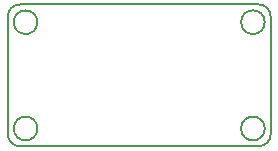
<source format=gbr>
%TF.GenerationSoftware,KiCad,Pcbnew,8.0.5*%
%TF.CreationDate,2024-12-15T17:31:05-06:00*%
%TF.ProjectId,Hall_Effect.V1,48616c6c-5f45-4666-9665-63742e56312e,rev?*%
%TF.SameCoordinates,Original*%
%TF.FileFunction,Profile,NP*%
%FSLAX46Y46*%
G04 Gerber Fmt 4.6, Leading zero omitted, Abs format (unit mm)*
G04 Created by KiCad (PCBNEW 8.0.5) date 2024-12-15 17:31:05*
%MOMM*%
%LPD*%
G01*
G04 APERTURE LIST*
%TA.AperFunction,Profile*%
%ADD10C,0.200000*%
%TD*%
G04 APERTURE END LIST*
D10*
X120500000Y-84000000D02*
G75*
G02*
X118500000Y-84000000I-1000000J0D01*
G01*
X118500000Y-84000000D02*
G75*
G02*
X120500000Y-84000000I1000000J0D01*
G01*
X101250000Y-84000000D02*
G75*
G02*
X99250000Y-84000000I-1000000J0D01*
G01*
X99250000Y-84000000D02*
G75*
G02*
X101250000Y-84000000I1000000J0D01*
G01*
X98750000Y-74500000D02*
G75*
G02*
X99750000Y-73500000I1000000J0D01*
G01*
X120999998Y-84499998D02*
G75*
G02*
X119999998Y-85499998I-999998J-2D01*
G01*
X101250000Y-75000000D02*
G75*
G02*
X99250000Y-75000000I-1000000J0D01*
G01*
X99250000Y-75000000D02*
G75*
G02*
X101250000Y-75000000I1000000J0D01*
G01*
X119999998Y-73500000D02*
G75*
G02*
X121000000Y-74500000I2J-1000000D01*
G01*
X120500000Y-75000000D02*
G75*
G02*
X118500000Y-75000000I-1000000J0D01*
G01*
X118500000Y-75000000D02*
G75*
G02*
X120500000Y-75000000I1000000J0D01*
G01*
X119999998Y-85499998D02*
X99750000Y-85499998D01*
X120999998Y-74500000D02*
X120999998Y-84499998D01*
X99750000Y-73500000D02*
X119999998Y-73500000D01*
X98750000Y-84499998D02*
X98750000Y-74500000D01*
X99750000Y-85499998D02*
G75*
G02*
X98750002Y-84499998I0J999998D01*
G01*
M02*

</source>
